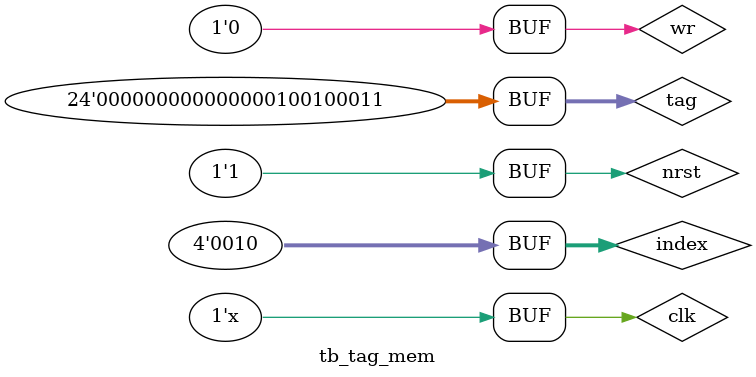
<source format=v>
`timescale 1ns / 1ps


module tb_tag_mem();


    localparam CACHE_WAY = 8;
    localparam CACHE_SIZE = 128;
    
    localparam ADDR_WIDTH = 32;
    
    localparam NUM_SETS = CACHE_SIZE / CACHE_WAY;
    localparam INDEX_BITS = $clog2(NUM_SETS); //index 
    localparam OFFSET_BITS = 2;
    localparam TAG_BITS = ADDR_WIDTH - INDEX_BITS - OFFSET_BITS - 2; 

    reg clk;
    reg nrst;
    reg [TAG_BITS-1:0] tag;
    reg [INDEX_BITS-1:0] index;
    reg wr;
    
    wire hit;
    wire curr_way;

    
    tag_mem #(.TAG_BITS(TAG_BITS), .INDEX_BITS(INDEX_BITS), .CACHE_WAY(CACHE_WAY), .CACHE_SIZE(CACHE_SIZE)) 
        tag_array(
            .clk(clk),
            .nrst(nrst),
            .tag(tag),
            .hit(hit),
            .curr_way(curr_way),
            .index(index),
            .wr_en(wr)
        );
    
    
    
    always #10 clk = ~clk;
    
    initial begin
        clk = 0;
        nrst = 0;
        wr = 0;
        # 10
        nrst = 1;
        
        
        # 10
        tag = 24'h000ABC;
        index = 5;
        
        
        #10
        tag = 24'h000123;
        index = 2;
        
        #10
        tag = 24'h000A12;
        index = 3;
        
        #10
        tag = 24'h000123;
        index = 2;
        wr = 1;
        #20
        wr = 0;
    end
    
    


endmodule

</source>
